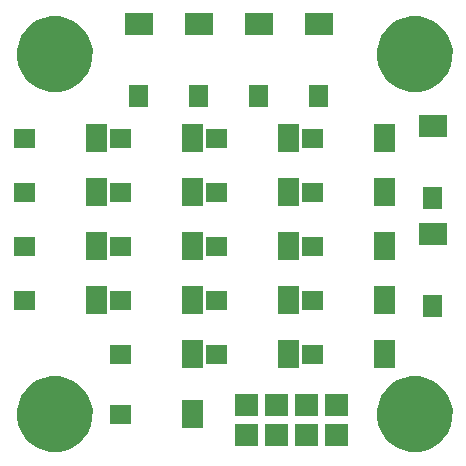
<source format=gbr>
G04 #@! TF.FileFunction,Soldermask,Bot*
%FSLAX46Y46*%
G04 Gerber Fmt 4.6, Leading zero omitted, Abs format (unit mm)*
G04 Created by KiCad (PCBNEW 4.0.1-stable) date 8. 8. 2016 15:41:02*
%MOMM*%
G01*
G04 APERTURE LIST*
%ADD10C,0.500000*%
G04 APERTURE END LIST*
D10*
G36*
X5416110Y8277872D02*
X6030848Y8151685D01*
X6609363Y7908500D01*
X7129631Y7557574D01*
X7571824Y7112283D01*
X7919105Y6589582D01*
X8158249Y6009378D01*
X8280004Y5394466D01*
X8280004Y5394449D01*
X8280137Y5393776D01*
X8270128Y4676993D01*
X8269977Y4676330D01*
X8269977Y4676306D01*
X8131099Y4065032D01*
X7875851Y3491739D01*
X7514107Y2978933D01*
X7059653Y2546162D01*
X6529787Y2209900D01*
X5944712Y1982964D01*
X5326688Y1873989D01*
X4699273Y1887132D01*
X4086359Y2021890D01*
X3511293Y2273129D01*
X2995980Y2631282D01*
X2560044Y3082706D01*
X2220093Y3610208D01*
X1989075Y4193693D01*
X1875790Y4810936D01*
X1884551Y5438424D01*
X2015027Y6052266D01*
X2262248Y6629075D01*
X2616795Y7146877D01*
X3065163Y7585952D01*
X3590276Y7929576D01*
X4172132Y8164661D01*
X4788571Y8282254D01*
X5416110Y8277872D01*
X5416110Y8277872D01*
G37*
G36*
X35896110Y8277872D02*
X36510848Y8151685D01*
X37089363Y7908500D01*
X37609631Y7557574D01*
X38051824Y7112283D01*
X38399105Y6589582D01*
X38638249Y6009378D01*
X38760004Y5394466D01*
X38760004Y5394449D01*
X38760137Y5393776D01*
X38750128Y4676993D01*
X38749977Y4676330D01*
X38749977Y4676306D01*
X38611099Y4065032D01*
X38355851Y3491739D01*
X37994107Y2978933D01*
X37539653Y2546162D01*
X37009787Y2209900D01*
X36424712Y1982964D01*
X35806688Y1873989D01*
X35179273Y1887132D01*
X34566359Y2021890D01*
X33991293Y2273129D01*
X33475980Y2631282D01*
X33040044Y3082706D01*
X32700093Y3610208D01*
X32469075Y4193693D01*
X32355790Y4810936D01*
X32364551Y5438424D01*
X32495027Y6052266D01*
X32742248Y6629075D01*
X33096795Y7146877D01*
X33545163Y7585952D01*
X34070276Y7929576D01*
X34652132Y8164661D01*
X35268571Y8282254D01*
X35896110Y8277872D01*
X35896110Y8277872D01*
G37*
G36*
X29918000Y2340000D02*
X27994000Y2340000D01*
X27994000Y4264000D01*
X29918000Y4264000D01*
X29918000Y2340000D01*
X29918000Y2340000D01*
G37*
G36*
X24838000Y2340000D02*
X22914000Y2340000D01*
X22914000Y4264000D01*
X24838000Y4264000D01*
X24838000Y2340000D01*
X24838000Y2340000D01*
G37*
G36*
X22298000Y2340000D02*
X20374000Y2340000D01*
X20374000Y4264000D01*
X22298000Y4264000D01*
X22298000Y2340000D01*
X22298000Y2340000D01*
G37*
G36*
X27378000Y2340000D02*
X25454000Y2340000D01*
X25454000Y4264000D01*
X27378000Y4264000D01*
X27378000Y2340000D01*
X27378000Y2340000D01*
G37*
G36*
X17666000Y3880000D02*
X15866000Y3880000D01*
X15866000Y6280000D01*
X17666000Y6280000D01*
X17666000Y3880000D01*
X17666000Y3880000D01*
G37*
G36*
X11566000Y4280000D02*
X9766000Y4280000D01*
X9766000Y5880000D01*
X11566000Y5880000D01*
X11566000Y4280000D01*
X11566000Y4280000D01*
G37*
G36*
X22298000Y4880000D02*
X20374000Y4880000D01*
X20374000Y6804000D01*
X22298000Y6804000D01*
X22298000Y4880000D01*
X22298000Y4880000D01*
G37*
G36*
X29918000Y4880000D02*
X27994000Y4880000D01*
X27994000Y6804000D01*
X29918000Y6804000D01*
X29918000Y4880000D01*
X29918000Y4880000D01*
G37*
G36*
X27378000Y4880000D02*
X25454000Y4880000D01*
X25454000Y6804000D01*
X27378000Y6804000D01*
X27378000Y4880000D01*
X27378000Y4880000D01*
G37*
G36*
X24838000Y4880000D02*
X22914000Y4880000D01*
X22914000Y6804000D01*
X24838000Y6804000D01*
X24838000Y4880000D01*
X24838000Y4880000D01*
G37*
G36*
X33922000Y8960000D02*
X32122000Y8960000D01*
X32122000Y11360000D01*
X33922000Y11360000D01*
X33922000Y8960000D01*
X33922000Y8960000D01*
G37*
G36*
X17666000Y8960000D02*
X15866000Y8960000D01*
X15866000Y11360000D01*
X17666000Y11360000D01*
X17666000Y8960000D01*
X17666000Y8960000D01*
G37*
G36*
X25794000Y8960000D02*
X23994000Y8960000D01*
X23994000Y11360000D01*
X25794000Y11360000D01*
X25794000Y8960000D01*
X25794000Y8960000D01*
G37*
G36*
X19694000Y9360000D02*
X17894000Y9360000D01*
X17894000Y10960000D01*
X19694000Y10960000D01*
X19694000Y9360000D01*
X19694000Y9360000D01*
G37*
G36*
X27822000Y9360000D02*
X26022000Y9360000D01*
X26022000Y10960000D01*
X27822000Y10960000D01*
X27822000Y9360000D01*
X27822000Y9360000D01*
G37*
G36*
X11566000Y9360000D02*
X9766000Y9360000D01*
X9766000Y10960000D01*
X11566000Y10960000D01*
X11566000Y9360000D01*
X11566000Y9360000D01*
G37*
G36*
X37884000Y13322000D02*
X36284000Y13322000D01*
X36284000Y15122000D01*
X37884000Y15122000D01*
X37884000Y13322000D01*
X37884000Y13322000D01*
G37*
G36*
X25794000Y13532000D02*
X23994000Y13532000D01*
X23994000Y15932000D01*
X25794000Y15932000D01*
X25794000Y13532000D01*
X25794000Y13532000D01*
G37*
G36*
X33922000Y13532000D02*
X32122000Y13532000D01*
X32122000Y15932000D01*
X33922000Y15932000D01*
X33922000Y13532000D01*
X33922000Y13532000D01*
G37*
G36*
X9538000Y13532000D02*
X7738000Y13532000D01*
X7738000Y15932000D01*
X9538000Y15932000D01*
X9538000Y13532000D01*
X9538000Y13532000D01*
G37*
G36*
X17666000Y13532000D02*
X15866000Y13532000D01*
X15866000Y15932000D01*
X17666000Y15932000D01*
X17666000Y13532000D01*
X17666000Y13532000D01*
G37*
G36*
X19694000Y13932000D02*
X17894000Y13932000D01*
X17894000Y15532000D01*
X19694000Y15532000D01*
X19694000Y13932000D01*
X19694000Y13932000D01*
G37*
G36*
X27822000Y13932000D02*
X26022000Y13932000D01*
X26022000Y15532000D01*
X27822000Y15532000D01*
X27822000Y13932000D01*
X27822000Y13932000D01*
G37*
G36*
X11566000Y13932000D02*
X9766000Y13932000D01*
X9766000Y15532000D01*
X11566000Y15532000D01*
X11566000Y13932000D01*
X11566000Y13932000D01*
G37*
G36*
X3438000Y13932000D02*
X1638000Y13932000D01*
X1638000Y15532000D01*
X3438000Y15532000D01*
X3438000Y13932000D01*
X3438000Y13932000D01*
G37*
G36*
X25794000Y18104000D02*
X23994000Y18104000D01*
X23994000Y20504000D01*
X25794000Y20504000D01*
X25794000Y18104000D01*
X25794000Y18104000D01*
G37*
G36*
X33922000Y18104000D02*
X32122000Y18104000D01*
X32122000Y20504000D01*
X33922000Y20504000D01*
X33922000Y18104000D01*
X33922000Y18104000D01*
G37*
G36*
X17666000Y18104000D02*
X15866000Y18104000D01*
X15866000Y20504000D01*
X17666000Y20504000D01*
X17666000Y18104000D01*
X17666000Y18104000D01*
G37*
G36*
X9538000Y18104000D02*
X7738000Y18104000D01*
X7738000Y20504000D01*
X9538000Y20504000D01*
X9538000Y18104000D01*
X9538000Y18104000D01*
G37*
G36*
X11566000Y18504000D02*
X9766000Y18504000D01*
X9766000Y20104000D01*
X11566000Y20104000D01*
X11566000Y18504000D01*
X11566000Y18504000D01*
G37*
G36*
X19694000Y18504000D02*
X17894000Y18504000D01*
X17894000Y20104000D01*
X19694000Y20104000D01*
X19694000Y18504000D01*
X19694000Y18504000D01*
G37*
G36*
X3438000Y18504000D02*
X1638000Y18504000D01*
X1638000Y20104000D01*
X3438000Y20104000D01*
X3438000Y18504000D01*
X3438000Y18504000D01*
G37*
G36*
X27822000Y18504000D02*
X26022000Y18504000D01*
X26022000Y20104000D01*
X27822000Y20104000D01*
X27822000Y18504000D01*
X27822000Y18504000D01*
G37*
G36*
X38284000Y19422000D02*
X35884000Y19422000D01*
X35884000Y21222000D01*
X38284000Y21222000D01*
X38284000Y19422000D01*
X38284000Y19422000D01*
G37*
G36*
X37884000Y22466000D02*
X36284000Y22466000D01*
X36284000Y24266000D01*
X37884000Y24266000D01*
X37884000Y22466000D01*
X37884000Y22466000D01*
G37*
G36*
X9538000Y22676000D02*
X7738000Y22676000D01*
X7738000Y25076000D01*
X9538000Y25076000D01*
X9538000Y22676000D01*
X9538000Y22676000D01*
G37*
G36*
X33922000Y22676000D02*
X32122000Y22676000D01*
X32122000Y25076000D01*
X33922000Y25076000D01*
X33922000Y22676000D01*
X33922000Y22676000D01*
G37*
G36*
X25794000Y22676000D02*
X23994000Y22676000D01*
X23994000Y25076000D01*
X25794000Y25076000D01*
X25794000Y22676000D01*
X25794000Y22676000D01*
G37*
G36*
X17666000Y22676000D02*
X15866000Y22676000D01*
X15866000Y25076000D01*
X17666000Y25076000D01*
X17666000Y22676000D01*
X17666000Y22676000D01*
G37*
G36*
X19694000Y23076000D02*
X17894000Y23076000D01*
X17894000Y24676000D01*
X19694000Y24676000D01*
X19694000Y23076000D01*
X19694000Y23076000D01*
G37*
G36*
X3438000Y23076000D02*
X1638000Y23076000D01*
X1638000Y24676000D01*
X3438000Y24676000D01*
X3438000Y23076000D01*
X3438000Y23076000D01*
G37*
G36*
X11566000Y23076000D02*
X9766000Y23076000D01*
X9766000Y24676000D01*
X11566000Y24676000D01*
X11566000Y23076000D01*
X11566000Y23076000D01*
G37*
G36*
X27822000Y23076000D02*
X26022000Y23076000D01*
X26022000Y24676000D01*
X27822000Y24676000D01*
X27822000Y23076000D01*
X27822000Y23076000D01*
G37*
G36*
X9538000Y27248000D02*
X7738000Y27248000D01*
X7738000Y29648000D01*
X9538000Y29648000D01*
X9538000Y27248000D01*
X9538000Y27248000D01*
G37*
G36*
X17666000Y27248000D02*
X15866000Y27248000D01*
X15866000Y29648000D01*
X17666000Y29648000D01*
X17666000Y27248000D01*
X17666000Y27248000D01*
G37*
G36*
X25794000Y27248000D02*
X23994000Y27248000D01*
X23994000Y29648000D01*
X25794000Y29648000D01*
X25794000Y27248000D01*
X25794000Y27248000D01*
G37*
G36*
X33922000Y27248000D02*
X32122000Y27248000D01*
X32122000Y29648000D01*
X33922000Y29648000D01*
X33922000Y27248000D01*
X33922000Y27248000D01*
G37*
G36*
X11566000Y27648000D02*
X9766000Y27648000D01*
X9766000Y29248000D01*
X11566000Y29248000D01*
X11566000Y27648000D01*
X11566000Y27648000D01*
G37*
G36*
X19694000Y27648000D02*
X17894000Y27648000D01*
X17894000Y29248000D01*
X19694000Y29248000D01*
X19694000Y27648000D01*
X19694000Y27648000D01*
G37*
G36*
X27822000Y27648000D02*
X26022000Y27648000D01*
X26022000Y29248000D01*
X27822000Y29248000D01*
X27822000Y27648000D01*
X27822000Y27648000D01*
G37*
G36*
X3438000Y27648000D02*
X1638000Y27648000D01*
X1638000Y29248000D01*
X3438000Y29248000D01*
X3438000Y27648000D01*
X3438000Y27648000D01*
G37*
G36*
X38284000Y28566000D02*
X35884000Y28566000D01*
X35884000Y30366000D01*
X38284000Y30366000D01*
X38284000Y28566000D01*
X38284000Y28566000D01*
G37*
G36*
X12992000Y31102000D02*
X11392000Y31102000D01*
X11392000Y32902000D01*
X12992000Y32902000D01*
X12992000Y31102000D01*
X12992000Y31102000D01*
G37*
G36*
X18072000Y31102000D02*
X16472000Y31102000D01*
X16472000Y32902000D01*
X18072000Y32902000D01*
X18072000Y31102000D01*
X18072000Y31102000D01*
G37*
G36*
X28232000Y31102000D02*
X26632000Y31102000D01*
X26632000Y32902000D01*
X28232000Y32902000D01*
X28232000Y31102000D01*
X28232000Y31102000D01*
G37*
G36*
X23152000Y31102000D02*
X21552000Y31102000D01*
X21552000Y32902000D01*
X23152000Y32902000D01*
X23152000Y31102000D01*
X23152000Y31102000D01*
G37*
G36*
X35896110Y38757872D02*
X36510848Y38631685D01*
X37089363Y38388500D01*
X37609631Y38037574D01*
X38051824Y37592283D01*
X38399105Y37069582D01*
X38638249Y36489378D01*
X38760004Y35874466D01*
X38760004Y35874449D01*
X38760137Y35873776D01*
X38750128Y35156993D01*
X38749977Y35156330D01*
X38749977Y35156306D01*
X38611099Y34545032D01*
X38355851Y33971739D01*
X37994107Y33458933D01*
X37539653Y33026162D01*
X37009787Y32689900D01*
X36424712Y32462964D01*
X35806688Y32353989D01*
X35179273Y32367132D01*
X34566359Y32501890D01*
X33991293Y32753129D01*
X33475980Y33111282D01*
X33040044Y33562706D01*
X32700093Y34090208D01*
X32469075Y34673693D01*
X32355790Y35290936D01*
X32364551Y35918424D01*
X32495027Y36532266D01*
X32742248Y37109075D01*
X33096795Y37626877D01*
X33545163Y38065952D01*
X34070276Y38409576D01*
X34652132Y38644661D01*
X35268571Y38762254D01*
X35896110Y38757872D01*
X35896110Y38757872D01*
G37*
G36*
X5416110Y38757872D02*
X6030848Y38631685D01*
X6609363Y38388500D01*
X7129631Y38037574D01*
X7571824Y37592283D01*
X7919105Y37069582D01*
X8158249Y36489378D01*
X8280004Y35874466D01*
X8280004Y35874449D01*
X8280137Y35873776D01*
X8270128Y35156993D01*
X8269977Y35156330D01*
X8269977Y35156306D01*
X8131099Y34545032D01*
X7875851Y33971739D01*
X7514107Y33458933D01*
X7059653Y33026162D01*
X6529787Y32689900D01*
X5944712Y32462964D01*
X5326688Y32353989D01*
X4699273Y32367132D01*
X4086359Y32501890D01*
X3511293Y32753129D01*
X2995980Y33111282D01*
X2560044Y33562706D01*
X2220093Y34090208D01*
X1989075Y34673693D01*
X1875790Y35290936D01*
X1884551Y35918424D01*
X2015027Y36532266D01*
X2262248Y37109075D01*
X2616795Y37626877D01*
X3065163Y38065952D01*
X3590276Y38409576D01*
X4172132Y38644661D01*
X4788571Y38762254D01*
X5416110Y38757872D01*
X5416110Y38757872D01*
G37*
G36*
X28632000Y37202000D02*
X26232000Y37202000D01*
X26232000Y39002000D01*
X28632000Y39002000D01*
X28632000Y37202000D01*
X28632000Y37202000D01*
G37*
G36*
X13392000Y37202000D02*
X10992000Y37202000D01*
X10992000Y39002000D01*
X13392000Y39002000D01*
X13392000Y37202000D01*
X13392000Y37202000D01*
G37*
G36*
X18472000Y37202000D02*
X16072000Y37202000D01*
X16072000Y39002000D01*
X18472000Y39002000D01*
X18472000Y37202000D01*
X18472000Y37202000D01*
G37*
G36*
X23552000Y37202000D02*
X21152000Y37202000D01*
X21152000Y39002000D01*
X23552000Y39002000D01*
X23552000Y37202000D01*
X23552000Y37202000D01*
G37*
M02*

</source>
